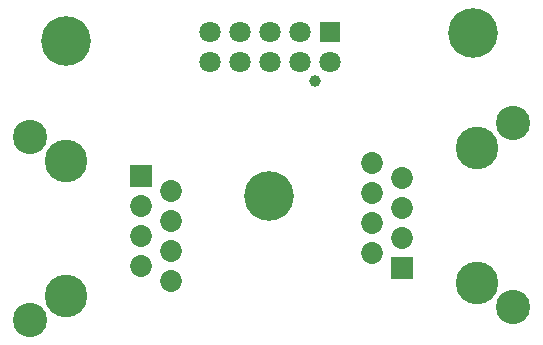
<source format=gbs>
G04*
G04 #@! TF.GenerationSoftware,Altium Limited,Altium Designer,20.0.13 (296)*
G04*
G04 Layer_Color=16711935*
%FSLAX44Y44*%
%MOMM*%
G71*
G01*
G75*
%ADD18C,3.6032*%
%ADD19R,1.8532X1.8532*%
%ADD20C,1.8532*%
%ADD21C,2.9032*%
%ADD22C,4.2032*%
%ADD23C,1.8082*%
%ADD24R,1.8082X1.8082*%
%ADD25C,1.0032*%
D18*
X59750Y153900D02*
D03*
Y39600D02*
D03*
X407500Y50684D02*
D03*
Y164984D02*
D03*
D19*
X123250Y141200D02*
D03*
X344000Y63384D02*
D03*
D20*
X148650Y128500D02*
D03*
X123250Y115800D02*
D03*
X148650Y103100D02*
D03*
X123250Y90400D02*
D03*
X148650Y77700D02*
D03*
X123250Y65000D02*
D03*
X148650Y52300D02*
D03*
X318600Y76084D02*
D03*
X344000Y88784D02*
D03*
X318600Y101484D02*
D03*
X344000Y114184D02*
D03*
X318600Y126884D02*
D03*
X344000Y139584D02*
D03*
X318600Y152284D02*
D03*
D21*
X29250Y174250D02*
D03*
Y19250D02*
D03*
X438000Y30334D02*
D03*
Y185334D02*
D03*
D22*
X231250Y124250D02*
D03*
X59250Y255500D02*
D03*
X404500Y261750D02*
D03*
D23*
X181300Y237500D02*
D03*
Y262900D02*
D03*
X206700Y237500D02*
D03*
Y262900D02*
D03*
X232100Y237500D02*
D03*
Y262900D02*
D03*
X257500Y237500D02*
D03*
Y262900D02*
D03*
X282900Y237500D02*
D03*
D24*
Y262900D02*
D03*
D25*
X270500Y221500D02*
D03*
M02*

</source>
